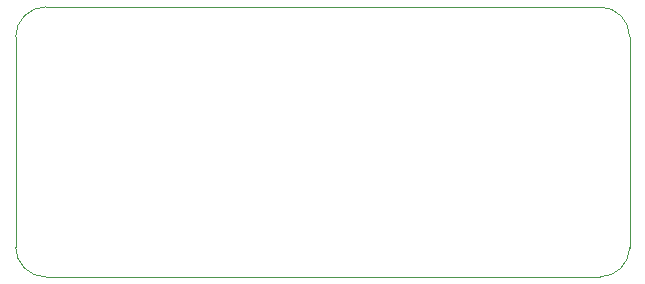
<source format=gbr>
G04 #@! TF.GenerationSoftware,KiCad,Pcbnew,(5.1.2)-1*
G04 #@! TF.CreationDate,2019-07-17T11:07:15+10:00*
G04 #@! TF.ProjectId,7seg-dip-wing,37736567-2d64-4697-902d-77696e672e6b,rev?*
G04 #@! TF.SameCoordinates,Original*
G04 #@! TF.FileFunction,Profile,NP*
%FSLAX46Y46*%
G04 Gerber Fmt 4.6, Leading zero omitted, Abs format (unit mm)*
G04 Created by KiCad (PCBNEW (5.1.2)-1) date 2019-07-17 11:07:15*
%MOMM*%
%LPD*%
G04 APERTURE LIST*
%ADD10C,0.050000*%
G04 APERTURE END LIST*
D10*
X48365001Y-47625001D02*
G75*
G03X45825001Y-50165001I0J-2540000D01*
G01*
X45825001Y-67945001D02*
G75*
G03X48365001Y-70485001I2540000J0D01*
G01*
X97811733Y-67993763D02*
G75*
G02X95272201Y-70485001I-2539532J48762D01*
G01*
X97812201Y-50165001D02*
G75*
G03X95272201Y-47625001I-2540000J0D01*
G01*
X45825001Y-50165001D02*
X45825001Y-67945001D01*
X48365001Y-70485001D02*
X95272201Y-70485001D01*
X97811733Y-67993763D02*
X97812201Y-50165001D01*
X95272201Y-47625001D02*
X48365001Y-47625001D01*
M02*

</source>
